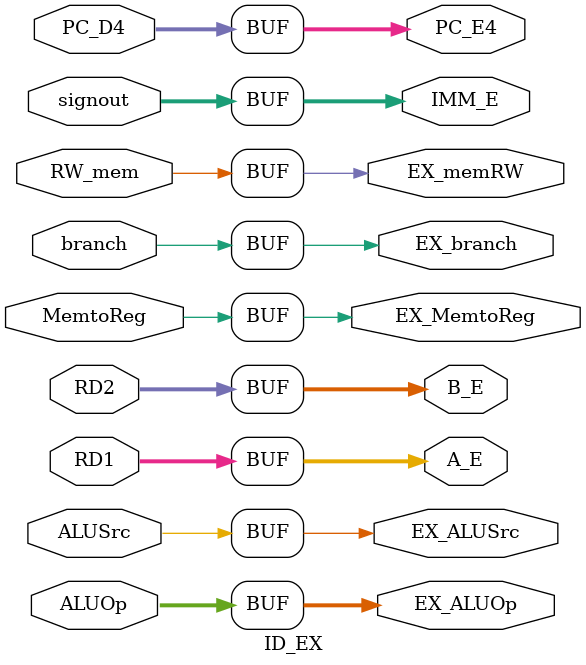
<source format=v>
module ID_EX(PC_D4, RD1, RD2, signout, ALUSrc, ALUOp, branch, RW_mem, MemtoReg,PC_E4, A_E, B_E, IMM_E, EX_ALUSrc, EX_ALUOp, EX_branch, EX_memRW, EX_MemtoReg);

    input [31:0] PC_D4;
    input [31:0] RD1;
    input [31:0] RD2;
    input [31:0] signout;
    input ALUSrc;
    input [1:0] ALUOp;
    input branch;
    input RW_mem;
    input MemtoReg;

    output reg [31:0] PC_E4;
    output reg [31:0] A_E;
    output reg [31:0] B_E;
    output reg [31:0] IMM_E;
    output reg EX_ALUSrc;
    output reg [1:0] EX_ALUOp;
    output reg EX_branch;
    output reg EX_memRW;
    output reg EX_MemtoReg;
    



    always @(*) begin
        PC_E4 <= PC_D4;
        A_E <= RD1;
        B_E <= RD2;
        IMM_E <= signout;
        EX_ALUSrc <= ALUSrc;
        EX_ALUOp <= ALUOp;
        EX_branch <= branch;
        EX_memRW <= RW_mem;
        EX_MemtoReg <= MemtoReg;
    end


endmodule
</source>
